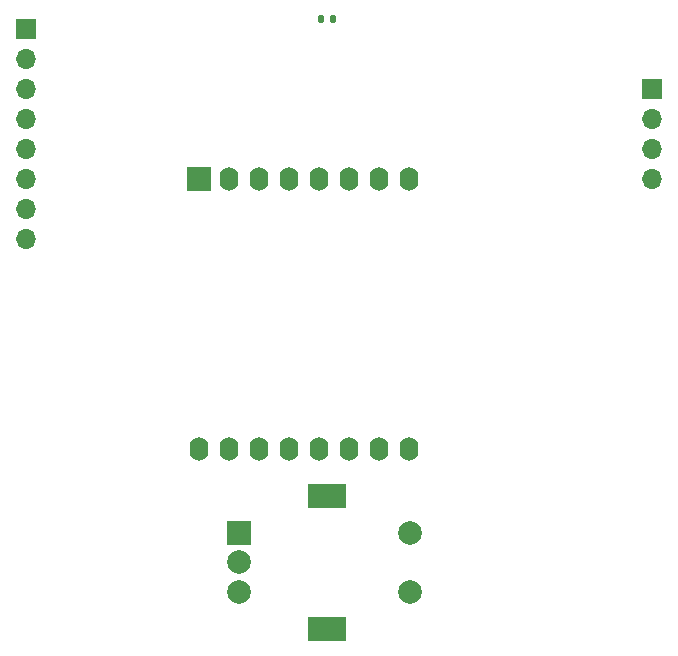
<source format=gbr>
%TF.GenerationSoftware,KiCad,Pcbnew,8.0.7-8.0.7-0~ubuntu22.04.1*%
%TF.CreationDate,2024-12-11T16:36:01+08:00*%
%TF.ProjectId,SmartClock,536d6172-7443-46c6-9f63-6b2e6b696361,rev?*%
%TF.SameCoordinates,Original*%
%TF.FileFunction,Copper,L2,Bot*%
%TF.FilePolarity,Positive*%
%FSLAX46Y46*%
G04 Gerber Fmt 4.6, Leading zero omitted, Abs format (unit mm)*
G04 Created by KiCad (PCBNEW 8.0.7-8.0.7-0~ubuntu22.04.1) date 2024-12-11 16:36:01*
%MOMM*%
%LPD*%
G01*
G04 APERTURE LIST*
G04 Aperture macros list*
%AMRoundRect*
0 Rectangle with rounded corners*
0 $1 Rounding radius*
0 $2 $3 $4 $5 $6 $7 $8 $9 X,Y pos of 4 corners*
0 Add a 4 corners polygon primitive as box body*
4,1,4,$2,$3,$4,$5,$6,$7,$8,$9,$2,$3,0*
0 Add four circle primitives for the rounded corners*
1,1,$1+$1,$2,$3*
1,1,$1+$1,$4,$5*
1,1,$1+$1,$6,$7*
1,1,$1+$1,$8,$9*
0 Add four rect primitives between the rounded corners*
20,1,$1+$1,$2,$3,$4,$5,0*
20,1,$1+$1,$4,$5,$6,$7,0*
20,1,$1+$1,$6,$7,$8,$9,0*
20,1,$1+$1,$8,$9,$2,$3,0*%
G04 Aperture macros list end*
%TA.AperFunction,ComponentPad*%
%ADD10O,1.600000X2.000000*%
%TD*%
%TA.AperFunction,ComponentPad*%
%ADD11R,2.000000X2.000000*%
%TD*%
%TA.AperFunction,ComponentPad*%
%ADD12R,1.700000X1.700000*%
%TD*%
%TA.AperFunction,ComponentPad*%
%ADD13O,1.700000X1.700000*%
%TD*%
%TA.AperFunction,ComponentPad*%
%ADD14C,2.000000*%
%TD*%
%TA.AperFunction,ComponentPad*%
%ADD15R,3.200000X2.000000*%
%TD*%
%TA.AperFunction,SMDPad,CuDef*%
%ADD16RoundRect,0.135000X0.135000X0.185000X-0.135000X0.185000X-0.135000X-0.185000X0.135000X-0.185000X0*%
%TD*%
G04 APERTURE END LIST*
D10*
%TO.P,U2,16,TX*%
%TO.N,EC11_S*%
X117110000Y-103415000D03*
%TO.P,U2,15,RX*%
%TO.N,MOSI*%
X119650000Y-103415000D03*
%TO.P,U2,14,CS0/IO10*%
%TO.N,TFT_CS*%
X122190000Y-103415000D03*
%TO.P,U2,13,IO8*%
%TO.N,TFT_EN*%
X124730000Y-103415000D03*
%TO.P,U2,12,MOSI/IO7*%
%TO.N,unconnected-(U2-MOSI{slash}IO7-Pad12)*%
X127270000Y-103415000D03*
%TO.P,U2,11,SCK/IO6*%
%TO.N,SCK*%
X129810000Y-103415000D03*
%TO.P,U2,10,GND*%
%TO.N,GND*%
X132350000Y-103415000D03*
%TO.P,U2,9,5V*%
%TO.N,+5V*%
X134890000Y-103415000D03*
%TO.P,U2,8,3V3*%
%TO.N,+3V3*%
X134890000Y-80555000D03*
%TO.P,U2,7,IO5*%
%TO.N,EC11_B*%
X132350000Y-80555000D03*
%TO.P,U2,6,IO4*%
%TO.N,EC11_A*%
X129810000Y-80555000D03*
%TO.P,U2,5,IO0*%
%TO.N,BackLight*%
X127270000Y-80555000D03*
%TO.P,U2,4,IO1*%
%TO.N,SD_CS*%
X124730000Y-80555000D03*
%TO.P,U2,3,MISO/IO2*%
%TO.N,MISO*%
X122190000Y-80555000D03*
%TO.P,U2,2,IO3*%
%TO.N,TFT_DC*%
X119650000Y-80555000D03*
D11*
%TO.P,U2,1,~{RST}*%
%TO.N,unconnected-(U2-~{RST}-Pad1)*%
X117110000Y-80555000D03*
%TD*%
D12*
%TO.P,U1,1,3V3*%
%TO.N,unconnected-(U1-3V3-Pad1)*%
X102490000Y-67860000D03*
D13*
%TO.P,U1,2,GND*%
%TO.N,GND*%
X102490000Y-70400000D03*
%TO.P,U1,3,LCD_CS*%
%TO.N,TFT_CS*%
X102490000Y-72940000D03*
%TO.P,U1,4,EN*%
%TO.N,TFT_EN*%
X102490000Y-75480000D03*
%TO.P,U1,5,D/C*%
%TO.N,TFT_DC*%
X102490000Y-78020000D03*
%TO.P,U1,6,LCD_MOSI*%
%TO.N,MOSI*%
X102490000Y-80560000D03*
%TO.P,U1,7,LCD_SCK*%
%TO.N,SCK*%
X102490000Y-83100000D03*
%TO.P,U1,8,LED*%
%TO.N,Net-(U1-LED)*%
X102490000Y-85640000D03*
D12*
%TO.P,U1,9,SD_CS*%
%TO.N,SD_CS*%
X155490000Y-72940000D03*
D13*
%TO.P,U1,10,SD_MOSI*%
%TO.N,MOSI*%
X155490000Y-75480000D03*
%TO.P,U1,11,SD_MISO*%
%TO.N,MISO*%
X155490000Y-78020000D03*
%TO.P,U1,12,SD_SCK*%
%TO.N,SCK*%
X155490000Y-80560000D03*
%TD*%
D11*
%TO.P,SW1,A,A*%
%TO.N,EC11_A*%
X120500000Y-110500000D03*
D14*
%TO.P,SW1,B,B*%
%TO.N,EC11_B*%
X120500000Y-115500000D03*
%TO.P,SW1,C,C*%
%TO.N,GND*%
X120500000Y-113000000D03*
D15*
%TO.P,SW1,MP*%
%TO.N,N/C*%
X128000000Y-107400000D03*
X128000000Y-118600000D03*
D14*
%TO.P,SW1,S1,S1*%
%TO.N,EC11_S*%
X135000000Y-115500000D03*
%TO.P,SW1,S2,S2*%
%TO.N,GND*%
X135000000Y-110500000D03*
%TD*%
D16*
%TO.P,R1,1*%
%TO.N,BackLight*%
X128500000Y-67000000D03*
%TO.P,R1,2*%
%TO.N,Net-(U1-LED)*%
X127480000Y-67000000D03*
%TD*%
M02*

</source>
